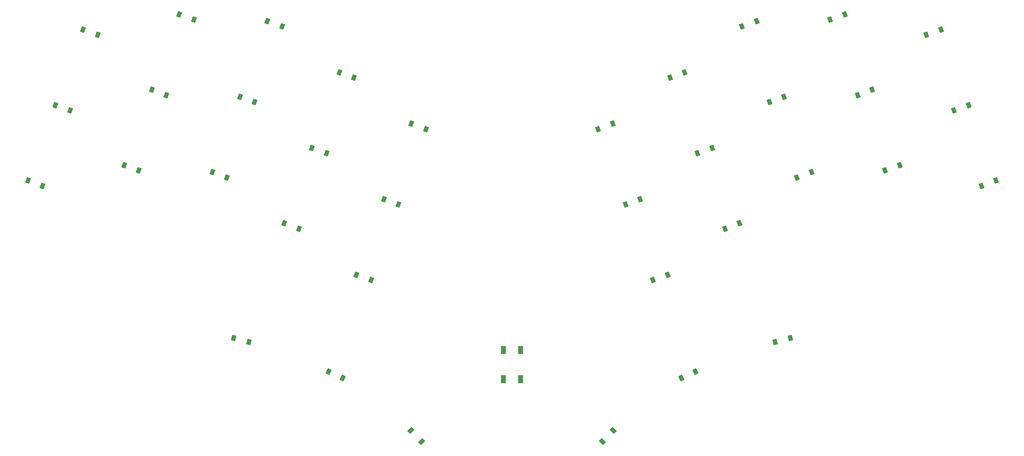
<source format=gbr>
%TF.GenerationSoftware,KiCad,Pcbnew,8.0.1*%
%TF.CreationDate,2024-04-14T13:59:04+09:00*%
%TF.ProjectId,lazyboy36,6c617a79-626f-4793-9336-2e6b69636164,v1.0.0*%
%TF.SameCoordinates,Original*%
%TF.FileFunction,Paste,Top*%
%TF.FilePolarity,Positive*%
%FSLAX46Y46*%
G04 Gerber Fmt 4.6, Leading zero omitted, Abs format (unit mm)*
G04 Created by KiCad (PCBNEW 8.0.1) date 2024-04-14 13:59:04*
%MOMM*%
%LPD*%
G01*
G04 APERTURE LIST*
G04 Aperture macros list*
%AMRotRect*
0 Rectangle, with rotation*
0 The origin of the aperture is its center*
0 $1 length*
0 $2 width*
0 $3 Rotation angle, in degrees counterclockwise*
0 Add horizontal line*
21,1,$1,$2,0,0,$3*%
G04 Aperture macros list end*
%ADD10R,1.100000X1.800000*%
%ADD11RotRect,0.900000X1.200000X340.000000*%
%ADD12RotRect,0.900000X1.200000X20.000000*%
%ADD13RotRect,0.900000X1.200000X25.000000*%
%ADD14RotRect,0.900000X1.200000X45.000000*%
%ADD15RotRect,0.900000X1.200000X315.000000*%
%ADD16RotRect,0.900000X1.200000X335.000000*%
%ADD17RotRect,0.900000X1.200000X345.000000*%
%ADD18RotRect,0.900000X1.200000X15.000000*%
G04 APERTURE END LIST*
D10*
%TO.C,B1*%
X157595730Y-169805495D03*
X157595726Y-176005492D03*
X153895734Y-169805498D03*
X153895730Y-176005495D03*
%TD*%
D11*
%TO.C,D2*%
X59302831Y-117992675D03*
X62403817Y-119121339D03*
%TD*%
D12*
%TO.C,D19*%
X254901989Y-135096119D03*
X258002971Y-133967455D03*
%TD*%
D13*
%TO.C,D35*%
X191506985Y-175788528D03*
X194497797Y-174393888D03*
%TD*%
D11*
%TO.C,D3*%
X65117168Y-102017911D03*
X68218154Y-103146575D03*
%TD*%
D14*
%TO.C,D36*%
X174823250Y-189233024D03*
X177156700Y-186899570D03*
%TD*%
D12*
%TO.C,D20*%
X249087655Y-119121349D03*
X252188637Y-117992685D03*
%TD*%
%TO.C,D32*%
X179719678Y-139048348D03*
X182820660Y-137919684D03*
%TD*%
%TO.C,D31*%
X185534034Y-155023110D03*
X188635016Y-153894446D03*
%TD*%
%TO.C,D22*%
X234567326Y-131855557D03*
X237668308Y-130726893D03*
%TD*%
D11*
%TO.C,D4*%
X73823152Y-130726890D03*
X76924138Y-131855554D03*
%TD*%
D12*
%TO.C,D28*%
X200738393Y-144168296D03*
X203839375Y-143039632D03*
%TD*%
D11*
%TO.C,D9*%
X104076410Y-100235248D03*
X107177396Y-101363912D03*
%TD*%
D15*
%TO.C,D18*%
X134334767Y-186899569D03*
X136668221Y-189233019D03*
%TD*%
D11*
%TO.C,D8*%
X98262058Y-116210019D03*
X101363044Y-117338683D03*
%TD*%
D12*
%TO.C,D27*%
X204314082Y-101363917D03*
X207415064Y-100235253D03*
%TD*%
%TO.C,D29*%
X194924049Y-128193523D03*
X198025031Y-127064859D03*
%TD*%
%TO.C,D24*%
X222938635Y-99906026D03*
X226039617Y-98777362D03*
%TD*%
D11*
%TO.C,D14*%
X128670796Y-137919676D03*
X131771782Y-139048340D03*
%TD*%
D16*
%TO.C,D17*%
X116993667Y-174393893D03*
X119984483Y-175788531D03*
%TD*%
D11*
%TO.C,D13*%
X122856454Y-153894451D03*
X125957440Y-155023115D03*
%TD*%
D17*
%TO.C,D16*%
X96981573Y-167336378D03*
X100169129Y-168190478D03*
%TD*%
D11*
%TO.C,D11*%
X113466425Y-127064840D03*
X116567411Y-128193504D03*
%TD*%
%TO.C,D1*%
X53488484Y-133967460D03*
X56589470Y-135096124D03*
%TD*%
D12*
%TO.C,D23*%
X228752984Y-115880779D03*
X231853966Y-114752115D03*
%TD*%
%TO.C,D30*%
X189109706Y-112218730D03*
X192210688Y-111090066D03*
%TD*%
%TO.C,D21*%
X243273310Y-103146564D03*
X246374292Y-102017900D03*
%TD*%
D11*
%TO.C,D12*%
X119280760Y-111090074D03*
X122381746Y-112218738D03*
%TD*%
%TO.C,D7*%
X92447717Y-132184787D03*
X95548703Y-133313451D03*
%TD*%
D12*
%TO.C,D33*%
X173905342Y-123073553D03*
X177006324Y-121944889D03*
%TD*%
%TO.C,D25*%
X215942761Y-133313459D03*
X219043743Y-132184795D03*
%TD*%
D11*
%TO.C,D10*%
X107652079Y-143039626D03*
X110753065Y-144168290D03*
%TD*%
%TO.C,D5*%
X79637488Y-114752122D03*
X82738474Y-115880786D03*
%TD*%
%TO.C,D15*%
X134485135Y-121944900D03*
X137586121Y-123073564D03*
%TD*%
%TO.C,D6*%
X85451840Y-98777357D03*
X88552826Y-99906021D03*
%TD*%
D12*
%TO.C,D26*%
X210128411Y-117338681D03*
X213229393Y-116210017D03*
%TD*%
D18*
%TO.C,D34*%
X211322347Y-168190465D03*
X214509899Y-167336363D03*
%TD*%
M02*

</source>
